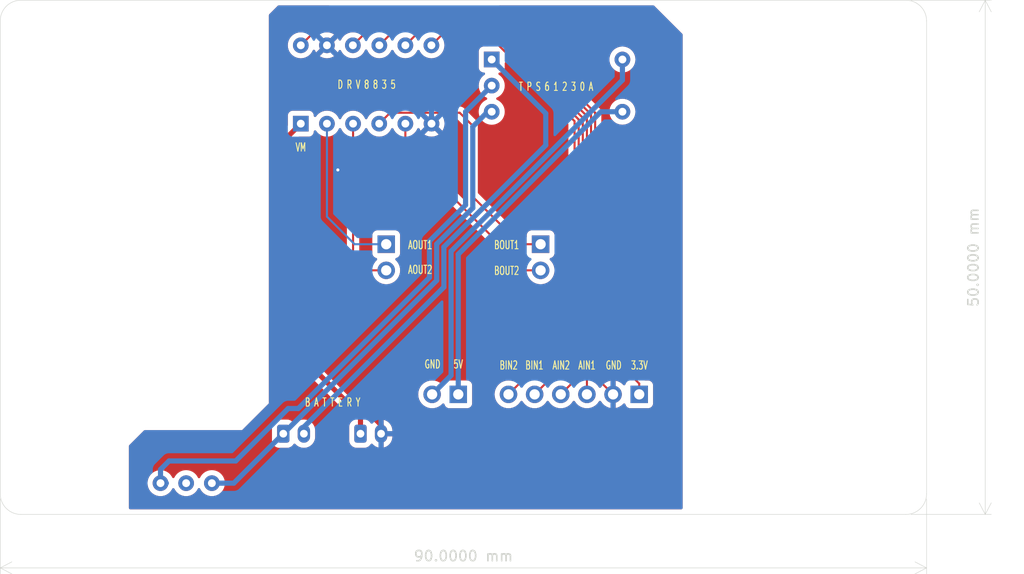
<source format=kicad_pcb>
(kicad_pcb (version 20240108) (generator "pcbnew") (generator_version "8.0")
  (layers (0 "F.Cu" signal) (31 "B.Cu" signal) (34 "B.Paste" user) (35 "F.Paste" user) (36 "B.SilkS" user "B.Silkscreen") (37 "F.SilkS" user "F.Silkscreen") (38 "B.Mask" user) (39 "F.Mask" user) (44 "Edge.Cuts" user))
  (net 0 "")
  (net 1 "/GND")
  (net 2 "/BATE")
  (net 3 "/IN_5v")
  (net 4 "/IN_GND")
  (net 5 "/OUT_5v")
  (net 6 "/OUT_GND")
  (net 7 "/3.3v")
  (net 8 "/BIN2")
  (net 9 "/AIN2")
  (net 10 "/AIN1")
  (net 11 "/BIN1")
  (net 12 "/AOUT2")
  (net 13 "/AOUT1")
  (net 14 "/BOUT1")
  (net 15 "/BOUT2")
  (net 16 "Net-(U1-EN)")
  (footprint "MountingHole:MountingHole_3.2mm_M3" (layer "F.Cu") (at 105 85)
    (property "Reference" "REF**" (hide yes))
    (property "Value" "MountingHole_3.2mm_M3" (hide yes))
    (pad "" np_thru_hole circle (at 0 0) (size 3.2 3.2) (drill 3.2) (layers "F&B.Cu" "*.Mask"))
  )
  (footprint "MountingHole:MountingHole_3.2mm_M3" (layer "F.Cu") (at 114.5 62.1)
    (property "Reference" "REF**" (hide yes))
    (property "Value" "MountingHole_3.2mm_M3" (hide yes))
    (pad "" np_thru_hole circle (at 0 0) (size 3.2 3.2) (drill 3.2) (layers "*.Cu" "*.Mask"))
  )
  (footprint "MountingHole:MountingHole_3.2mm_M3" (layer "F.Cu") (at 121.5 88.1)
    (property "Reference" "REF**" (hide yes))
    (property "Value" "MountingHole_3.2mm_M3" (hide yes))
    (pad "" np_thru_hole circle (at 0 0) (size 3.2 3.2) (drill 3.2) (layers "F&B.Cu" "*.Mask"))
  )
  (footprint "MountingHole:MountingHole_3.2mm_M3" (layer "F.Cu") (at 185 85)
    (property "Reference" "REF**" (hide yes))
    (property "Value" "MountingHole_3.2mm_M3" (hide yes))
    (pad "" np_thru_hole circle (at 0 0) (size 3.2 3.2) (drill 3.2) (layers "F&B.Cu" "*.Mask"))
  )
  (footprint "Connector_PinHeader_2.54mm:PinHeader_1x02_P2.54mm_Horizontal" (layer "F.Cu") (at 144.5 88.325 -90)
    (property "Reference" "J3" (hide yes))
    (property "Value" "Conn_01x02_Pin")
    (pad "1" thru_hole rect (at 0 0 270) (size 1.7 1.7) (drill 1) (layers "*.Cu" "*.Mask") (net 5 "/OUT_5v"))
    (pad "2" thru_hole oval (at 0 2.54 270) (size 1.7 1.7) (drill 1) (layers "*.Cu" "*.Mask") (net 6 "/OUT_GND"))
  )
  (footprint "MountingHole:MountingHole_3.2mm_M3" (layer "F.Cu") (at 168.5 88.2)
    (property "Reference" "REF**" (hide yes))
    (property "Value" "MountingHole_3.2mm_M3" (hide yes))
    (pad "" np_thru_hole circle (at 0 0) (size 3.2 3.2) (drill 3.2) (layers "F&B.Cu" "*.Mask"))
  )
  (footprint "my_foot:DRV8835" (layer "F.Cu") (at 132.78 55.34)
    (property "Reference" "U2" (hide yes))
    (property "Value" "~")
    (pad "1" thru_hole rect (at -3.58 6.66) (size 1.524 1.524) (drill 0.762) (layers "*.Cu" "*.Mask") (net 2 "/BATE"))
    (pad "2" thru_hole circle (at -1.04 6.66) (size 1.524 1.524) (drill 0.762) (layers "*.Cu" "*.Mask") (net 13 "/AOUT1"))
    (pad "3" thru_hole circle (at 1.5 6.66) (size 1.524 1.524) (drill 0.762) (layers "*.Cu" "*.Mask") (net 12 "/AOUT2"))
    (pad "4" thru_hole circle (at 4.04 6.66) (size 1.524 1.524) (drill 0.762) (layers "*.Cu" "*.Mask") (net 14 "/BOUT1"))
    (pad "5" thru_hole circle (at 6.58 6.66) (size 1.524 1.524) (drill 0.762) (layers "*.Cu" "*.Mask") (net 15 "/BOUT2"))
    (pad "6" thru_hole circle (at 9.12 6.66) (size 1.524 1.524) (drill 0.762) (layers "*.Cu" "*.Mask") (net 1 "/GND"))
    (pad "7" thru_hole circle (at -3.58 -0.96) (size 1.524 1.524) (drill 0.762) (layers "*.Cu" "*.Mask") (net 7 "/3.3v"))
    (pad "8" thru_hole circle (at -1.04 -0.96) (size 1.524 1.524) (drill 0.762) (layers "*.Cu" "*.Mask") (net 1 "/GND"))
    (pad "9" thru_hole circle (at 1.48 -0.96) (size 1.524 1.524) (drill 0.762) (layers "*.Cu" "*.Mask") (net 10 "/AIN1"))
    (pad "10" thru_hole circle (at 4.05 -0.96) (size 1.524 1.524) (drill 0.762) (layers "*.Cu" "*.Mask") (net 9 "/AIN2"))
    (pad "11" thru_hole circle (at 6.58 -0.96) (size 1.524 1.524) (drill 0.762) (layers "*.Cu" "*.Mask") (net 11 "/BIN1"))
    (pad "12" thru_hole circle (at 9.11 -0.96) (size 1.524 1.524) (drill 0.762) (layers "*.Cu" "*.Mask") (net 8 "/BIN2"))
  )
  (footprint "MountingHole:MountingHole_3.2mm_M3" (layer "F.Cu") (at 185 65)
    (property "Reference" "REF**" (hide yes))
    (property "Value" "MountingHole_3.2mm_M3" (hide yes))
    (pad "" np_thru_hole circle (at 0 0) (size 3.2 3.2) (drill 3.2) (layers "F&B.Cu" "*.Mask"))
  )
  (footprint "my_foot:TPS61230A" (layer "F.Cu") (at 151.42 57.49)
    (property "Reference" "U1" (hide yes))
    (property "Value" "~")
    (pad "1" thru_hole rect (at -3.67 -1.73) (size 1.524 1.524) (drill 0.762) (layers "*.Cu" "*.Mask") (net 4 "/IN_GND"))
    (pad "2" thru_hole circle (at -3.67 0.81) (size 1.524 1.524) (drill 0.762) (layers "*.Cu" "*.Mask") (net 16 "Net-(U1-EN)"))
    (pad "3" thru_hole circle (at -3.67 3.35) (size 1.524 1.524) (drill 0.762) (layers "*.Cu" "*.Mask") (net 3 "/IN_5v"))
    (pad "4" thru_hole circle (at 9.03 -1.73) (size 1.524 1.524) (drill 0.762) (layers "*.Cu" "*.Mask") (net 6 "/OUT_GND"))
    (pad "5" thru_hole circle (at 9.03 3.35) (size 1.524 1.524) (drill 0.762) (layers "*.Cu" "*.Mask") (net 5 "/OUT_5v"))
  )
  (footprint "MountingHole:MountingHole_3.2mm_M3" (layer "F.Cu") (at 114.5 88.1)
    (property "Reference" "REF**" (hide yes))
    (property "Value" "MountingHole_3.2mm_M3" (hide yes))
    (pad "" np_thru_hole circle (at 0 0) (size 3.2 3.2) (drill 3.2) (layers "F&B.Cu" "*.Mask"))
  )
  (footprint "MountingHole:MountingHole_3.2mm_M3" (layer "F.Cu") (at 105 65)
    (property "Reference" "REF**" (hide yes))
    (property "Value" "MountingHole_3.2mm_M3" (hide yes))
    (pad "" np_thru_hole circle (at 0 0) (size 3.2 3.2) (drill 3.2) (layers "F&B.Cu" "*.Mask"))
  )
  (footprint "Connector_PinHeader_2.54mm:PinHeader_1x02_P2.54mm_Vertical" (layer "F.Cu") (at 137.5 73.725)
    (property "Reference" "J5" (hide yes))
    (property "Value" "Conn_01x02_Pin")
    (pad "1" thru_hole rect (at 0 0) (size 1.7 1.7) (drill 1) (layers "*.Cu" "*.Mask") (net 13 "/AOUT1"))
    (pad "2" thru_hole oval (at 0 2.54) (size 1.7 1.7) (drill 1) (layers "*.Cu" "*.Mask") (net 12 "/AOUT2"))
  )
  (footprint "my_foot:SWITCH" (layer "F.Cu") (at 118.6 96)
    (property "Reference" "SW1" (hide yes))
    (property "Value" "SW_DIP_x01")
    (pad "1" thru_hole circle (at -3.03 0.96) (size 1.524 1.524) (drill 0.762) (layers "*.Cu" "*.Mask") (net 16 "Net-(U1-EN)"))
    (pad "2" thru_hole circle (at 1.96 0.96) (size 1.524 1.524) (drill 0.762) (layers "*.Cu" "*.Mask") (net 3 "/IN_5v"))
    (pad "3" thru_hole circle (at -0.54 0.96) (size 1.524 1.524) (drill 0.762) (layers "*.Cu" "*.Mask"))
  )
  (footprint "Connector_JST:JST_PH_S2B-PH-K_1x02_P2.00mm_Horizontal" (layer "F.Cu") (at 127.5 92.15)
    (property "Reference" "J2" (hide yes))
    (property "Value" "Conn_01x02_Pin")
    (pad "1" thru_hole roundrect (at 0 0) (size 1.2 1.75) (drill 0.75) (layers "*.Cu" "*.Mask") (roundrect_rratio 0.2083333333) (net 3 "/IN_5v"))
    (pad "2" thru_hole oval (at 2 0) (size 1.2 1.75) (drill 0.75) (layers "*.Cu" "*.Mask") (net 4 "/IN_GND"))
  )
  (footprint "MountingHole:MountingHole_3.2mm_M3" (layer "F.Cu") (at 175.5 88.2)
    (property "Reference" "REF**" (hide yes))
    (property "Value" "MountingHole_3.2mm_M3" (hide yes))
    (pad "" np_thru_hole circle (at 0 0) (size 3.2 3.2) (drill 3.2) (layers "F&B.Cu" "*.Mask"))
  )
  (footprint "Connector_PinHeader_2.54mm:PinHeader_1x06_P2.54mm_Horizontal" (layer "F.Cu") (at 162.08 88.325 -90)
    (property "Reference" "J4" (hide yes))
    (property "Value" "Conn_01x06_Pin")
    (pad "1" thru_hole rect (at 0 0 270) (size 1.7 1.7) (drill 1) (layers "*.Cu" "*.Mask") (net 7 "/3.3v"))
    (pad "2" thru_hole oval (at 0 2.54 270) (size 1.7 1.7) (drill 1) (layers "*.Cu" "*.Mask") (net 1 "/GND"))
    (pad "3" thru_hole oval (at 0 5.08 270) (size 1.7 1.7) (drill 1) (layers "*.Cu" "*.Mask") (net 10 "/AIN1"))
    (pad "4" thru_hole oval (at 0 7.62 270) (size 1.7 1.7) (drill 1) (layers "*.Cu" "*.Mask") (net 9 "/AIN2"))
    (pad "5" thru_hole oval (at 0 10.16 270) (size 1.7 1.7) (drill 1) (layers "*.Cu" "*.Mask") (net 11 "/BIN1"))
    (pad "6" thru_hole oval (at 0 12.7 270) (size 1.7 1.7) (drill 1) (layers "*.Cu" "*.Mask") (net 8 "/BIN2"))
  )
  (footprint "Connector_JST:JST_PH_S2B-PH-K_1x02_P2.00mm_Horizontal" (layer "F.Cu") (at 135 92.15)
    (property "Reference" "J1" (hide yes))
    (property "Value" "Conn_01x02_Pin")
    (pad "1" thru_hole roundrect (at 0 0) (size 1.2 1.75) (drill 0.75) (layers "*.Cu" "*.Mask") (roundrect_rratio 0.2083333333) (net 2 "/BATE"))
    (pad "2" thru_hole oval (at 2 0) (size 1.2 1.75) (drill 0.75) (layers "*.Cu" "*.Mask") (net 1 "/GND"))
  )
  (footprint "MountingHole:MountingHole_3.2mm_M3" (layer "F.Cu") (at 175.5 62.1)
    (property "Reference" "REF**" (hide yes))
    (property "Value" "MountingHole_3.2mm_M3" (hide yes))
    (pad "" np_thru_hole circle (at 0 0) (size 3.2 3.2) (drill 3.2) (layers "F&B.Cu" "*.Mask"))
  )
  (footprint "MountingHole:MountingHole_3.2mm_M3" (layer "F.Cu") (at 168.5 62.1)
    (property "Reference" "REF**" (hide yes))
    (property "Value" "MountingHole_3.2mm_M3" (hide yes))
    (pad "" np_thru_hole circle (at 0 0) (size 3.2 3.2) (drill 3.2) (layers "F&B.Cu" "*.Mask"))
  )
  (footprint "Connector_PinHeader_2.54mm:PinHeader_1x02_P2.54mm_Vertical" (layer "F.Cu") (at 152.5 73.725)
    (property "Reference" "J6" (hide yes))
    (property "Value" "Conn_01x02_Pin")
    (pad "1" thru_hole rect (at 0 0) (size 1.7 1.7) (drill 1) (layers "*.Cu" "*.Mask") (net 14 "/BOUT1"))
    (pad "2" thru_hole oval (at 0 2.54) (size 1.7 1.7) (drill 1) (layers "*.Cu" "*.Mask") (net 15 "/BOUT2"))
  )
  (footprint "MountingHole:MountingHole_3.2mm_M3" (layer "F.Cu") (at 121.5 62.1)
    (property "Reference" "REF**" (hide yes))
    (property "Value" "MountingHole_3.2mm_M3" (hide yes))
    (pad "" np_thru_hole circle (at 0 0) (size 3.2 3.2) (drill 3.2) (layers "F&B.Cu" "*.Mask"))
  )
  (gr_arc (start 102 100) (mid 100.585786 99.414214) (end 100 98) (stroke (width 0.05)) (layer "Edge.Cuts"))
  (gr_arc (start 188 50) (mid 189.414214 50.585786) (end 190 52) (stroke (width 0.05)) (layer "Edge.Cuts"))
  (gr_line (start 190 52) (end 190 98) (stroke (width 0.05)) (layer "Edge.Cuts"))
  (gr_arc (start 100 52) (mid 100.585786 50.585786) (end 102 50) (stroke (width 0.05)) (layer "Edge.Cuts"))
  (gr_line (start 188 100) (end 102 100) (stroke (width 0.05)) (layer "Edge.Cuts"))
  (gr_line (start 102 50) (end 188 50) (stroke (width 0.05)) (layer "Edge.Cuts"))
  (gr_arc (start 190 98) (mid 189.414214 99.414214) (end 188 100) (stroke (width 0.05)) (layer "Edge.Cuts"))
  (gr_line (start 100 98) (end 100 52) (stroke (width 0.05)) (layer "Edge.Cuts"))
  (gr_text "GND" (at 159.6 85.5 0) (layer "F.SilkS") (effects (font (size 0.8 0.5) (thickness 0.1) (bold yes))))
  (gr_text "AIN1" (at 157 85.5 0) (layer "F.SilkS") (effects (font (size 0.8 0.5) (thickness 0.1) (bold yes))))
  (gr_text "B A T T E R Y" (at 132.3 89.1 0) (layer "F.SilkS") (effects (font (size 0.8 0.5) (thickness 0.1) (bold yes))))
  (gr_text "T P S 6 1 2 3 0 A" (at 154 58.4 0) (layer "F.SilkS") (effects (font (size 0.8 0.5) (thickness 0.1) (bold yes))))
  (gr_text "AIN2" (at 154.5 85.5 0) (layer "F.SilkS") (effects (font (size 0.8 0.5) (thickness 0.1) (bold yes))))
  (gr_text "3.3V" (at 162.1 85.5 0) (layer "F.SilkS") (effects (font (size 0.8 0.5) (thickness 0.1) (bold yes))))
  (gr_text "BOUT2" (at 149.2 76.3 0) (layer "F.SilkS") (effects (font (size 0.8 0.5) (thickness 0.1) (bold yes))))
  (gr_text "D R V 8 8 3 5" (at 135.6 58.2 0) (layer "F.SilkS") (effects (font (size 0.8 0.5) (thickness 0.1) (bold yes))))
  (gr_text "VM" (at 129.2 64.3 0) (layer "F.SilkS") (effects (font (size 0.8 0.5) (thickness 0.1) (bold yes))))
  (gr_text "AOUT1" (at 140.8 73.8 0) (layer "F.SilkS") (effects (font (size 0.8 0.5) (thickness 0.1) (bold yes))))
  (gr_text "GND" (at 142 85.4 0) (layer "F.SilkS") (effects (font (size 0.8 0.5) (thickness 0.1) (bold yes))))
  (gr_text "AOUT2" (at 140.8 76.2 0) (layer "F.SilkS") (effects (font (size 0.8 0.5) (thickness 0.1) (bold yes))))
  (gr_text "5V" (at 144.5 85.4 0) (layer "F.SilkS") (effects (font (size 0.8 0.5) (thickness 0.1) (bold yes))))
  (gr_text "BIN1" (at 151.9 85.5 0) (layer "F.SilkS") (effects (font (size 0.8 0.5) (thickness 0.1) (bold yes))))
  (gr_text "BIN2" (at 149.4 85.5 0) (layer "F.SilkS") (effects (font (size 0.8 0.5) (thickness 0.1) (bold yes))))
  (gr_text "BOUT1" (at 149.2 73.8 0) (layer "F.SilkS") (effects (font (size 0.8 0.5) (thickness 0.1) (bold yes))))
  (dimension (type aligned) (layer "Edge.Cuts") (pts (xy 100 98) (xy 190 98)) (height 7.199999) (gr_text "90.0000 mm" (at 145 104.049999 0) (layer "Edge.Cuts") (effects (font (size 1 1) (thickness 0.15)))) (format (prefix "") (suffix "") (units 3) (units_format 1) (precision 4)) (style (thickness 0.05) (arrow_length 1.27) (text_position_mode 0) (extension_height 0.58642) (extension_offset 0.5) keep_text_aligned))
  (dimension (type aligned) (layer "Edge.Cuts") (pts (xy 188 100) (xy 188 50)) (height 7.7) (gr_text "50.0000 mm" (at 194.55 75 90) (layer "Edge.Cuts") (effects (font (size 1 1) (thickness 0.15)))) (format (prefix "") (suffix "") (units 3) (units_format 1) (precision 4)) (style (thickness 0.05) (arrow_length 1.27) (text_position_mode 0) (extension_height 0.58642) (extension_offset 0.5) keep_text_aligned))
  (segment (start 159.54 88.325) (end 157.4 86.185) (width 0.2) (layer "F.Cu") (net 1))
  (segment (start 147.6 51.3) (end 134.82 51.3) (width 0.2) (layer "F.Cu") (net 1))
  (segment (start 157.4 61.1) (end 147.6 51.3) (width 0.2) (layer "F.Cu") (net 1))
  (segment (start 127.8 71.5) (end 130 69.3) (width 0.5) (layer "F.Cu") (net 1))
  (segment (start 137 91.3) (end 127.8 82.1) (width 0.5) (layer "F.Cu") (net 1))
  (segment (start 127.8 81.6) (end 127.8 73.6) (width 0.5) (layer "F.Cu") (net 1))
  (segment (start 137 92.15) (end 137 91.3) (width 0.5) (layer "F.Cu") (net 1))
  (segment (start 132.5 66.8) (end 132.8 66.5) (width 0.5) (layer "F.Cu") (net 1))
  (segment (start 134.82 51.3) (end 131.74 54.38) (width 0.2) (layer "F.Cu") (net 1))
  (segment (start 127.8 73.6) (end 127.8 71.5) (width 0.5) (layer "F.Cu") (net 1))
  (segment (start 127.8 82.1) (end 127.8 81.6) (width 0.5) (layer "F.Cu") (net 1))
  (segment (start 130 69.3) (end 132.5 66.8) (width 0.5) (layer "F.Cu") (net 1))
  (segment (start 157.4 86.185) (end 157.4 61.1) (width 0.2) (layer "F.Cu") (net 1))
  (via (at 132.8 66.5) (size 0.5) (drill 0.3) (layers "F.Cu" "B.Cu") (net 1))
  (segment (start 140.4 55.9) (end 133.26 55.9) (width 0.5) (layer "B.Cu") (net 1))
  (segment (start 141.9 57.4) (end 140.4 55.9) (width 0.5) (layer "B.Cu") (net 1))
  (segment (start 133.26 55.9) (end 131.74 54.38) (width 0.5) (layer "B.Cu") (net 1))
  (segment (start 141.9 62) (end 141.9 57.4) (width 0.5) (layer "B.Cu") (net 1))
  (segment (start 134.5 64.8) (end 139.1 64.8) (width 0.5) (layer "B.Cu") (net 1))
  (segment (start 139.1 64.8) (end 141.9 62) (width 0.5) (layer "B.Cu") (net 1))
  (segment (start 132.8 66.5) (end 134.5 64.8) (width 0.5) (layer "B.Cu") (net 1))
  (segment (start 127.1 64.1) (end 129.2 62) (width 0.5) (layer "F.Cu") (net 2))
  (segment (start 135 90.4) (end 127.1 82.5) (width 0.5) (layer "F.Cu") (net 2))
  (segment (start 127.1 82.5) (end 127.1 64.1) (width 0.5) (layer "F.Cu") (net 2))
  (segment (start 135 92.15) (end 135 90.4) (width 0.5) (layer "F.Cu") (net 2))
  (segment (start 145.91005 62.28995) (end 147.36 60.84) (width 0.5) (layer "B.Cu") (net 3))
  (segment (start 142.4 77.25) (end 142.4 73.71005) (width 0.5) (layer "B.Cu") (net 3))
  (segment (start 127.5 92.15) (end 142.4 77.25) (width 0.5) (layer "B.Cu") (net 3))
  (segment (start 127.5 92.15) (end 122.69 96.96) (width 0.5) (layer "B.Cu") (net 3))
  (segment (start 147.36 60.84) (end 147.75 60.84) (width 0.5) (layer "B.Cu") (net 3))
  (segment (start 145.91005 70.199999) (end 145.91005 62.28995) (width 0.5) (layer "B.Cu") (net 3))
  (segment (start 142.4 73.71005) (end 145.91005 70.199999) (width 0.5) (layer "B.Cu") (net 3))
  (segment (start 122.69 96.96) (end 120.56 96.96) (width 0.5) (layer "B.Cu") (net 3))
  (segment (start 129.5 92.15) (end 129.5 91.5) (width 0.5) (layer "B.Cu") (net 4))
  (segment (start 143.1 77.9) (end 143.1 74) (width 0.5) (layer "B.Cu") (net 4))
  (segment (start 129.5 91.5) (end 143.1 77.9) (width 0.5) (layer "B.Cu") (net 4))
  (segment (start 153 64.1) (end 153 61.01) (width 0.5) (layer "B.Cu") (net 4))
  (segment (start 143.1 74) (end 153 64.1) (width 0.5) (layer "B.Cu") (net 4))
  (segment (start 153 61.01) (end 147.75 55.76) (width 0.5) (layer "B.Cu") (net 4))
  (segment (start 144.5 74.7) (end 144.5 88.325) (width 0.5) (layer "B.Cu") (net 5))
  (segment (start 160.45 60.84) (end 158.36 60.84) (width 0.5) (layer "B.Cu") (net 5))
  (segment (start 158.36 60.84) (end 144.5 74.7) (width 0.5) (layer "B.Cu") (net 5))
  (segment (start 160.45 57.76005) (end 160.45 55.76) (width 0.5) (layer "B.Cu") (net 6))
  (segment (start 143.8 74.41005) (end 160.45 57.76005) (width 0.5) (layer "B.Cu") (net 6))
  (segment (start 141.96 88.325) (end 143.8 86.485) (width 0.5) (layer "B.Cu") (net 6))
  (segment (start 143.8 86.485) (end 143.8 74.41005) (width 0.5) (layer "B.Cu") (net 6))
  (segment (start 157.8 60.934314) (end 147.765685 50.9) (width 0.2) (layer "F.Cu") (net 7))
  (segment (start 162.08 87.275) (end 157.8 82.995) (width 0.2) (layer "F.Cu") (net 7))
  (segment (start 162.08 88.325) (end 162.08 87.275) (width 0.2) (layer "F.Cu") (net 7))
  (segment (start 147.765685 50.9) (end 132.68 50.9) (width 0.2) (layer "F.Cu") (net 7))
  (segment (start 132.68 50.9) (end 129.2 54.38) (width 0.2) (layer "F.Cu") (net 7))
  (segment (start 157.8 82.995) (end 157.8 60.934314) (width 0.2) (layer "F.Cu") (net 7))
  (segment (start 155.8 81.905) (end 155.8 61.762744) (width 0.2) (layer "F.Cu") (net 8))
  (segment (start 143.37 52.9) (end 141.89 54.38) (width 0.2) (layer "F.Cu") (net 8))
  (segment (start 155.8 61.762744) (end 146.937256 52.9) (width 0.2) (layer "F.Cu") (net 8))
  (segment (start 146.937256 52.9) (end 143.37 52.9) (width 0.2) (layer "F.Cu") (net 8))
  (segment (start 149.38 88.325) (end 155.8 81.905) (width 0.2) (layer "F.Cu") (net 8))
  (segment (start 154.46 88.325) (end 156.6 86.185) (width 0.2) (layer "F.Cu") (net 9))
  (segment (start 156.6 86.185) (end 156.6 61.431372) (width 0.2) (layer "F.Cu") (net 9))
  (segment (start 139.11 52.1) (end 136.83 54.38) (width 0.2) (layer "F.Cu") (net 9))
  (segment (start 147.268628 52.1) (end 139.11 52.1) (width 0.2) (layer "F.Cu") (net 9))
  (segment (start 156.6 61.431372) (end 147.268628 52.1) (width 0.2) (layer "F.Cu") (net 9))
  (segment (start 147.434314 51.7) (end 136.94 51.7) (width 0.2) (layer "F.Cu") (net 10))
  (segment (start 136.94 51.7) (end 134.26 54.38) (width 0.2) (layer "F.Cu") (net 10))
  (segment (start 157 88.325) (end 157 61.265686) (width 0.2) (layer "F.Cu") (net 10))
  (segment (start 157 61.265686) (end 147.434314 51.7) (width 0.2) (layer "F.Cu") (net 10))
  (segment (start 151.92 88.325) (end 156.2 84.045) (width 0.2) (layer "F.Cu") (net 11))
  (segment (start 156.2 61.597058) (end 147.102942 52.5) (width 0.2) (layer "F.Cu") (net 11))
  (segment (start 147.102942 52.5) (end 141.24 52.5) (width 0.2) (layer "F.Cu") (net 11))
  (segment (start 141.24 52.5) (end 139.36 54.38) (width 0.2) (layer "F.Cu") (net 11))
  (segment (start 156.2 84.045) (end 156.2 61.597058) (width 0.2) (layer "F.Cu") (net 11))
  (segment (start 134.28 62) (end 134.28 75.08) (width 0.2) (layer "F.Cu") (net 12))
  (segment (start 135.465 76.265) (end 137.5 76.265) (width 0.2) (layer "F.Cu") (net 12))
  (segment (start 134.28 75.08) (end 135.465 76.265) (width 0.2) (layer "F.Cu") (net 12))
  (segment (start 134.425 73.725) (end 137.5 73.725) (width 0.2) (layer "B.Cu") (net 13))
  (segment (start 131.74 71.04) (end 134.425 73.725) (width 0.2) (layer "B.Cu") (net 13))
  (segment (start 131.74 62) (end 131.74 71.04) (width 0.2) (layer "B.Cu") (net 13))
  (segment (start 144.638 60.938) (end 137.882 60.938) (width 0.2) (layer "F.Cu") (net 14))
  (segment (start 145.8 69) (end 145.8 62.1) (width 0.2) (layer "F.Cu") (net 14))
  (segment (start 137.882 60.938) (end 136.82 62) (width 0.2) (layer "F.Cu") (net 14))
  (segment (start 145.8 62.1) (end 144.638 60.938) (width 0.2) (layer "F.Cu") (net 14))
  (segment (start 152.5 73.725) (end 150.525 73.725) (width 0.2) (layer "F.Cu") (net 14))
  (segment (start 150.525 73.725) (end 145.8 69) (width 0.2) (layer "F.Cu") (net 14))
  (segment (start 151.065 76.265) (end 139.36 64.56) (width 0.2) (layer "F.Cu") (net 15))
  (segment (start 152.5 76.265) (end 151.065 76.265) (width 0.2) (layer "F.Cu") (net 15))
  (segment (start 139.36 64.56) (end 139.36 62) (width 0.2) (layer "F.Cu") (net 15))
  (segment (start 127.978122 89.7) (end 128.96005 89.7) (width 0.5) (layer "B.Cu") (net 16))
  (segment (start 128.96005 89.7) (end 141.7 76.96005) (width 0.5) (layer "B.Cu") (net 16))
  (segment (start 145.21005 60.83995) (end 147.75 58.3) (width 0.5) (layer "B.Cu") (net 16))
  (segment (start 115.57 96.96) (end 116.14 96.96) (width 0.5) (layer "B.Cu") (net 16))
  (segment (start 145.21005 69.91005) (end 145.21005 60.83995) (width 0.5) (layer "B.Cu") (net 16))
  (segment (start 122.878122 94.8) (end 127.978122 89.7) (width 0.5) (layer "B.Cu") (net 16))
  (segment (start 141.7 73.4201) (end 145.21005 69.91005) (width 0.5) (layer "B.Cu") (net 16))
  (segment (start 115.57 95.63) (end 116.4 94.8) (width 0.5) (layer "B.Cu") (net 16))
  (segment (start 115.57 96.96) (end 115.57 95.63) (width 0.5) (layer "B.Cu") (net 16))
  (segment (start 116.4 94.8) (end 122.878122 94.8) (width 0.5) (layer "B.Cu") (net 16))
  (segment (start 141.7 76.96005) (end 141.7 73.4201) (width 0.5) (layer "B.Cu") (net 16))
  (zone (net 1) (net_name "/GND") (layer "F.Cu") (connect_pads (clearance 0.5)) (min_thickness 0.25) (fill yes (thermal_gap 0.5) (thermal_bridge_width 0.5))
    (polygon (pts (xy 127.4 50.1) (xy 163.1 50.1) (xy 166.3 53.3) (xy 166.3 99.5) (xy 166.2 99.6) (xy 112.5 99.6) (xy 112.5 93.3) (xy 114 91.8) (xy 123.5 91.8) (xy 126.1 89.2) (xy 126.1 51.4)))
  )
  (zone (net 1) (net_name "/GND") (layer "B.Cu") (priority 1) (connect_pads (clearance 0.5)) (min_thickness 0.25) (fill yes (thermal_gap 0.5) (thermal_bridge_width 0.5))
    (polygon (pts (xy 127.4 50.1) (xy 163.1 50.1) (xy 166.3 53.3) (xy 166.3 99.5) (xy 166.2 99.6) (xy 112.5 99.6) (xy 112.5 93.3) (xy 114 91.8) (xy 123.5 91.8) (xy 126.1 89.2) (xy 126.1 51.4) (xy 126.8 50.7)))
  )
)
</source>
